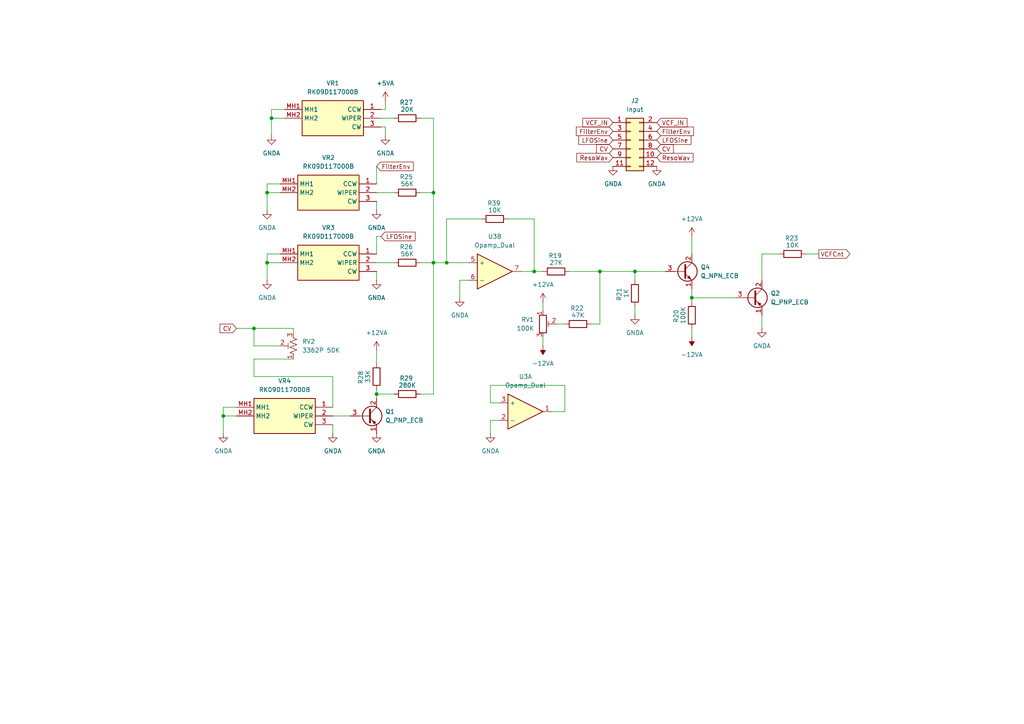
<source format=kicad_sch>
(kicad_sch (version 20250114) (generator "eeschema") (generator_version "9.0")
  (paper "A4")
  (lib_symbols
    (symbol "Connector_Generic:Conn_02x06_Odd_Even" (pin_names (offset 1.016) (hide yes))
      (property "Reference" "J" (at 1.27 7.62 0))
      (property "Value" "Conn_02x06_Odd_Even" (at 1.27 -10.16 0))
      (symbol "Conn_02x06_Odd_Even_1_1"
        (rectangle (start -1.27 6.35) (end 3.81 -8.89) (stroke (width 0.254)) (fill (type background)))
        (rectangle (start -1.27 5.207) (end 0 4.953) (stroke (width 0.1524)))
        (rectangle (start -1.27 2.667) (end 0 2.413) (stroke (width 0.1524)))
        (rectangle (start -1.27 0.127) (end 0 -0.127) (stroke (width 0.1524)))
        (rectangle (start -1.27 -2.413) (end 0 -2.667) (stroke (width 0.1524)))
        (rectangle (start -1.27 -4.953) (end 0 -5.207) (stroke (width 0.1524)))
        (rectangle (start -1.27 -7.493) (end 0 -7.747) (stroke (width 0.1524)))
        (rectangle (start 3.81 5.207) (end 2.54 4.953) (stroke (width 0.1524)))
        (rectangle (start 3.81 2.667) (end 2.54 2.413) (stroke (width 0.1524)))
        (rectangle (start 3.81 0.127) (end 2.54 -0.127) (stroke (width 0.1524)))
        (rectangle (start 3.81 -2.413) (end 2.54 -2.667) (stroke (width 0.1524)))
        (rectangle (start 3.81 -4.953) (end 2.54 -5.207) (stroke (width 0.1524)))
        (rectangle (start 3.81 -7.493) (end 2.54 -7.747) (stroke (width 0.1524)))
        (pin passive line (at -5.08 5.08 0) (length 3.81) (name "Pin_1") (number "1"))
        (pin passive line (at -5.08 2.54 0) (length 3.81) (name "Pin_3") (number "3"))
        (pin passive line (at -5.08 0 0) (length 3.81) (name "Pin_5") (number "5"))
        (pin passive line (at -5.08 -2.54 0) (length 3.81) (name "Pin_7") (number "7"))
        (pin passive line (at -5.08 -5.08 0) (length 3.81) (name "Pin_9") (number "9"))
        (pin passive line (at -5.08 -7.62 0) (length 3.81) (name "Pin_11") (number "11"))
        (pin passive line (at 7.62 5.08 180) (length 3.81) (name "Pin_2") (number "2"))
        (pin passive line (at 7.62 2.54 180) (length 3.81) (name "Pin_4") (number "4"))
        (pin passive line (at 7.62 0 180) (length 3.81) (name "Pin_6") (number "6"))
        (pin passive line (at 7.62 -2.54 180) (length 3.81) (name "Pin_8") (number "8"))
        (pin passive line (at 7.62 -5.08 180) (length 3.81) (name "Pin_10") (number "10"))
        (pin passive line (at 7.62 -7.62 180) (length 3.81) (name "Pin_12") (number "12"))
      )
    )
    (symbol "Device:Opamp_Dual"
      (property "Reference" "U" (at 0 5.08 0))
      (property "Value" "Opamp_Dual" (at 0 -5.08 0))
      (symbol "Opamp_Dual_1_1"
        (polyline (pts (xy -5.08 5.08) (xy 5.08 0) (xy -5.08 -5.08) (xy -5.08 5.08)) (stroke (width 0.254)) (fill (type background)))
        (pin input line (at -7.62 2.54 0) (length 2.54) (name "+") (number "3"))
        (pin input line (at -7.62 -2.54 0) (length 2.54) (name "-") (number "2"))
        (pin output line (at 7.62 0 180) (length 2.54) (name "~") (number "1"))
      )
      (symbol "Opamp_Dual_2_1"
        (polyline (pts (xy -5.08 5.08) (xy 5.08 0) (xy -5.08 -5.08) (xy -5.08 5.08)) (stroke (width 0.254)) (fill (type background)))
        (pin input line (at -7.62 2.54 0) (length 2.54) (name "+") (number "5"))
        (pin input line (at -7.62 -2.54 0) (length 2.54) (name "-") (number "6"))
        (pin output line (at 7.62 0 180) (length 2.54) (name "~") (number "7"))
      )
      (symbol "Opamp_Dual_3_1"
        (pin power_in line (at -2.54 7.62 270) (length 3.81) (name "V+") (number "8"))
        (pin power_in line (at -2.54 -7.62 90) (length 3.81) (name "V-") (number "4"))
      )
    )
    (symbol "Device:R" (pin_numbers (hide yes)) (pin_names (offset 0))
      (property "Reference" "R" (at 2.032 0 90))
      (property "Value" "R" (at 0 0 90))
      (symbol "R_0_1"
        (rectangle (start -1.016 -2.54) (end 1.016 2.54) (stroke (width 0.254)))
      )
      (symbol "R_1_1"
        (pin passive line (at 0 3.81 270) (length 1.27) (name "~") (number "1"))
        (pin passive line (at 0 -3.81 90) (length 1.27) (name "~") (number "2"))
      )
    )
    (symbol "Device:R_Potentiometer_Trim" (pin_names (offset 1.016) (hide yes))
      (property "Reference" "RV" (at -4.445 0 90))
      (property "Value" "R_Potentiometer_Trim" (at -2.54 0 90))
      (symbol "R_Potentiometer_Trim_0_1"
        (rectangle (start 1.016 2.54) (end -1.016 -2.54) (stroke (width 0.254)))
        (polyline (pts (xy 1.524 0.762) (xy 1.524 -0.762)))
        (polyline (pts (xy 2.54 0) (xy 1.524 0)))
      )
      (symbol "R_Potentiometer_Trim_1_1"
        (pin passive line (at 0 3.81 270) (length 1.27) (name "1") (number "1"))
        (pin passive line (at 0 -3.81 90) (length 1.27) (name "3") (number "3"))
        (pin passive line (at 3.81 0 180) (length 1.27) (name "2") (number "2"))
      )
    )
    (symbol "Device:R_Potentiometer_Trim_US" (pin_names (offset 1.016) (hide yes))
      (property "Reference" "RV" (at -4.445 0 90))
      (property "Value" "R_Potentiometer_Trim_US" (at -2.54 0 90))
      (symbol "R_Potentiometer_Trim_US_0_1"
        (polyline (pts (xy 0 2.286) (xy 0 2.54)))
        (polyline (pts (xy 0 2.286) (xy 1.016 1.905) (xy 0 1.524) (xy -1.016 1.143) (xy 0 0.762)))
        (polyline (pts (xy 0 0.762) (xy 1.016 0.381) (xy 0 0) (xy -1.016 -0.381) (xy 0 -0.762)))
        (polyline (pts (xy 0 -0.762) (xy 1.016 -1.143) (xy 0 -1.524) (xy -1.016 -1.905) (xy 0 -2.286)))
        (polyline (pts (xy 0 -2.286) (xy 0 -2.54)))
        (polyline (pts (xy 1.524 0.762) (xy 1.524 -0.762)))
        (polyline (pts (xy 2.54 0) (xy 1.524 0)))
      )
      (symbol "R_Potentiometer_Trim_US_1_1"
        (pin passive line (at 0 3.81 270) (length 1.27) (name "1") (number "1"))
        (pin passive line (at 0 -3.81 90) (length 1.27) (name "3") (number "3"))
        (pin passive line (at 3.81 0 180) (length 1.27) (name "2") (number "2"))
      )
    )
    (symbol "SamacSys_Parts:RK09D117000B"
      (property "Reference" "VR" (at 24.13 7.62 0))
      (property "Value" "RK09D117000B" (at 24.13 5.08 0))
      (symbol "RK09D117000B_1_1"
        (rectangle (start 5.08 2.54) (end 22.86 -7.62) (stroke (width 0.254)) (fill (type background)))
        (pin passive line (at 0 0 0) (length 5.08) (name "CCW") (number "1"))
        (pin passive line (at 0 -2.54 0) (length 5.08) (name "WIPER") (number "2"))
        (pin passive line (at 0 -5.08 0) (length 5.08) (name "CW") (number "3"))
        (pin passive line (at 27.94 0 180) (length 5.08) (name "MH1") (number "MH1"))
        (pin passive line (at 27.94 -2.54 180) (length 5.08) (name "MH2") (number "MH2"))
      )
    )
    (symbol "Transistor_BJT:Q_NPN_ECB" (pin_names (offset 0) (hide yes))
      (property "Reference" "Q" (at 5.08 1.27 0))
      (property "Value" "Q_NPN_ECB" (at 5.08 -1.27 0))
      (symbol "Q_NPN_ECB_0_1"
        (polyline (pts (xy -2.54 0) (xy 0.635 0)))
        (polyline (pts (xy 0.635 1.905) (xy 0.635 -1.905)) (stroke (width 0.508)))
        (circle (center 1.27 0) (radius 2.8194) (stroke (width 0.254)))
      )
      (symbol "Q_NPN_ECB_1_1"
        (polyline (pts (xy 0.635 0.635) (xy 2.54 2.54)))
        (polyline (pts (xy 0.635 -0.635) (xy 2.54 -2.54)))
        (polyline (pts (xy 1.27 -1.778) (xy 1.778 -1.27) (xy 2.286 -2.286) (xy 1.27 -1.778)) (fill (type outline)))
        (pin input line (at -5.08 0 0) (length 2.54) (name "B") (number "3"))
        (pin passive line (at 2.54 5.08 270) (length 2.54) (name "C") (number "2"))
        (pin passive line (at 2.54 -5.08 90) (length 2.54) (name "E") (number "1"))
      )
    )
    (symbol "Transistor_BJT:Q_PNP_ECB" (pin_names (offset 0) (hide yes))
      (property "Reference" "Q" (at 5.08 1.27 0))
      (property "Value" "Q_PNP_ECB" (at 5.08 -1.27 0))
      (symbol "Q_PNP_ECB_0_1"
        (polyline (pts (xy -2.54 0) (xy 0.635 0)))
        (polyline (pts (xy 0.635 1.905) (xy 0.635 -1.905)) (stroke (width 0.508)))
        (polyline (pts (xy 0.635 0.635) (xy 2.54 2.54)))
        (polyline (pts (xy 0.635 -0.635) (xy 2.54 -2.54)))
        (circle (center 1.27 0) (radius 2.8194) (stroke (width 0.254)))
        (polyline (pts (xy 2.286 -1.778) (xy 1.778 -2.286) (xy 1.27 -1.27) (xy 2.286 -1.778)) (fill (type outline)))
      )
      (symbol "Q_PNP_ECB_1_1"
        (pin input line (at -5.08 0 0) (length 2.54) (name "B") (number "3"))
        (pin passive line (at 2.54 5.08 270) (length 2.54) (name "C") (number "2"))
        (pin passive line (at 2.54 -5.08 90) (length 2.54) (name "E") (number "1"))
      )
    )
    (symbol "power:+12VA" (power) (pin_numbers (hide yes)) (pin_names (offset 0) (hide yes))
      (property "Value" "+12VA" (at 0 3.556 0))
      (symbol "+12VA_0_1"
        (polyline (pts (xy -0.762 1.27) (xy 0 2.54)))
        (polyline (pts (xy 0 2.54) (xy 0.762 1.27)))
        (polyline (pts (xy 0 0) (xy 0 2.54)))
      )
      (symbol "+12VA_1_1"
        (pin power_in line (at 0 0 90) (length 0) (name "~") (number "1"))
      )
    )
    (symbol "power:+5VA" (power) (pin_numbers (hide yes)) (pin_names (offset 0) (hide yes))
      (property "Value" "+5VA" (at 0 3.556 0))
      (symbol "+5VA_0_1"
        (polyline (pts (xy -0.762 1.27) (xy 0 2.54)))
        (polyline (pts (xy 0 2.54) (xy 0.762 1.27)))
        (polyline (pts (xy 0 0) (xy 0 2.54)))
      )
      (symbol "+5VA_1_1"
        (pin power_in line (at 0 0 90) (length 0) (name "~") (number "1"))
      )
    )
    (symbol "power:-12VA" (power) (pin_numbers (hide yes)) (pin_names (offset 0) (hide yes))
      (property "Value" "-12VA" (at 0 3.556 0))
      (symbol "-12VA_0_0"
        (pin power_in line (at 0 0 90) (length 0) (name "~") (number "1"))
      )
      (symbol "-12VA_0_1"
        (polyline (pts (xy 0 0) (xy 0 1.27) (xy 0.762 1.27) (xy 0 2.54) (xy -0.762 1.27) (xy 0 1.27)) (fill (type outline)))
      )
    )
    (symbol "power:GNDA" (power) (pin_numbers (hide yes)) (pin_names (offset 0) (hide yes))
      (property "Value" "GNDA" (at 0 -3.81 0))
      (symbol "GNDA_0_1"
        (polyline (pts (xy 0 0) (xy 0 -1.27) (xy 1.27 -1.27) (xy 0 -2.54) (xy -1.27 -1.27) (xy 0 -1.27)))
      )
      (symbol "GNDA_1_1"
        (pin power_in line (at 0 0 270) (length 0) (name "~") (number "1"))
      )
    )
  )
  (junction (at 125.73 55.88))
  (junction (at 77.47 76.2))
  (junction (at 78.74 34.29))
  (junction (at 154.94 78.74))
  (junction (at 125.73 76.2))
  (junction (at 77.47 55.88))
  (junction (at 184.15 78.74))
  (junction (at 73.66 95.25))
  (junction (at 200.66 86.36))
  (junction (at 109.22 114.3))
  (junction (at 173.99 78.74))
  (junction (at 64.77 120.65))
  (junction (at 129.54 76.2))
  (wire (pts (xy 142.24 111.76) (xy 142.24 116.84)))
  (wire (pts (xy 111.76 29.21) (xy 111.76 31.75)))
  (wire (pts (xy 173.99 78.74) (xy 165.1 78.74)))
  (wire (pts (xy 73.66 95.25) (xy 85.09 95.25)))
  (wire (pts (xy 73.66 104.14) (xy 85.09 104.14)))
  (wire (pts (xy 78.74 34.29) (xy 78.74 39.37)))
  (wire (pts (xy 142.24 121.92) (xy 142.24 125.73)))
  (wire (pts (xy 109.22 68.58) (xy 109.22 73.66)))
  (wire (pts (xy 68.58 95.25) (xy 73.66 95.25)))
  (wire (pts (xy 111.76 36.83) (xy 111.76 39.37)))
  (wire (pts (xy 109.22 60.96) (xy 109.22 58.42)))
  (wire (pts (xy 163.83 111.76) (xy 142.24 111.76)))
  (wire (pts (xy 139.7 63.5) (xy 129.54 63.5)))
  (wire (pts (xy 125.73 76.2) (xy 129.54 76.2)))
  (wire (pts (xy 73.66 104.14) (xy 73.66 109.22)))
  (wire (pts (xy 184.15 78.74) (xy 193.04 78.74)))
  (wire (pts (xy 233.68 73.66) (xy 237.49 73.66)))
  (wire (pts (xy 109.22 81.28) (xy 109.22 78.74)))
  (wire (pts (xy 64.77 118.11) (xy 64.77 120.65)))
  (wire (pts (xy 77.47 53.34) (xy 77.47 55.88)))
  (wire (pts (xy 147.32 63.5) (xy 154.94 63.5)))
  (wire (pts (xy 161.29 93.98) (xy 163.83 93.98)))
  (wire (pts (xy 171.45 93.98) (xy 173.99 93.98)))
  (wire (pts (xy 77.47 55.88) (xy 77.47 60.96)))
  (wire (pts (xy 121.92 76.2) (xy 125.73 76.2)))
  (wire (pts (xy 96.52 109.22) (xy 96.52 118.11)))
  (wire (pts (xy 200.66 68.58) (xy 200.66 73.66)))
  (wire (pts (xy 220.98 73.66) (xy 226.06 73.66)))
  (wire (pts (xy 200.66 95.25) (xy 200.66 97.79)))
  (wire (pts (xy 144.78 121.92) (xy 142.24 121.92)))
  (wire (pts (xy 109.22 113.03) (xy 109.22 114.3)))
  (wire (pts (xy 157.48 97.79) (xy 157.48 100.33)))
  (wire (pts (xy 157.48 87.63) (xy 157.48 90.17)))
  (wire (pts (xy 125.73 114.3) (xy 125.73 76.2)))
  (wire (pts (xy 154.94 78.74) (xy 154.94 63.5)))
  (wire (pts (xy 200.66 86.36) (xy 213.36 86.36)))
  (wire (pts (xy 200.66 83.82) (xy 200.66 86.36)))
  (wire (pts (xy 129.54 76.2) (xy 135.89 76.2)))
  (wire (pts (xy 77.47 76.2) (xy 77.47 81.28)))
  (wire (pts (xy 81.28 76.2) (xy 77.47 76.2)))
  (wire (pts (xy 73.66 100.33) (xy 73.66 95.25)))
  (wire (pts (xy 110.49 36.83) (xy 111.76 36.83)))
  (wire (pts (xy 133.35 81.28) (xy 133.35 86.36)))
  (wire (pts (xy 173.99 93.98) (xy 173.99 78.74)))
  (wire (pts (xy 73.66 109.22) (xy 96.52 109.22)))
  (wire (pts (xy 109.22 48.26) (xy 109.22 53.34)))
  (wire (pts (xy 220.98 91.44) (xy 220.98 95.25)))
  (wire (pts (xy 68.58 120.65) (xy 64.77 120.65)))
  (wire (pts (xy 121.92 34.29) (xy 125.73 34.29)))
  (wire (pts (xy 133.35 81.28) (xy 135.89 81.28)))
  (wire (pts (xy 121.92 114.3) (xy 125.73 114.3)))
  (wire (pts (xy 154.94 78.74) (xy 157.48 78.74)))
  (wire (pts (xy 125.73 34.29) (xy 125.73 55.88)))
  (wire (pts (xy 96.52 125.73) (xy 96.52 123.19)))
  (wire (pts (xy 82.55 34.29) (xy 78.74 34.29)))
  (wire (pts (xy 109.22 76.2) (xy 114.3 76.2)))
  (wire (pts (xy 81.28 55.88) (xy 77.47 55.88)))
  (wire (pts (xy 68.58 118.11) (xy 64.77 118.11)))
  (wire (pts (xy 160.02 119.38) (xy 163.83 119.38)))
  (wire (pts (xy 184.15 78.74) (xy 184.15 81.28)))
  (wire (pts (xy 121.92 55.88) (xy 125.73 55.88)))
  (wire (pts (xy 81.28 53.34) (xy 77.47 53.34)))
  (wire (pts (xy 163.83 119.38) (xy 163.83 111.76)))
  (wire (pts (xy 82.55 31.75) (xy 78.74 31.75)))
  (wire (pts (xy 129.54 63.5) (xy 129.54 76.2)))
  (wire (pts (xy 78.74 31.75) (xy 78.74 34.29)))
  (wire (pts (xy 151.13 78.74) (xy 154.94 78.74)))
  (wire (pts (xy 109.22 55.88) (xy 114.3 55.88)))
  (wire (pts (xy 64.77 120.65) (xy 64.77 125.73)))
  (wire (pts (xy 110.49 68.58) (xy 109.22 68.58)))
  (wire (pts (xy 125.73 55.88) (xy 125.73 76.2)))
  (wire (pts (xy 142.24 116.84) (xy 144.78 116.84)))
  (wire (pts (xy 77.47 73.66) (xy 77.47 76.2)))
  (wire (pts (xy 81.28 100.33) (xy 73.66 100.33)))
  (wire (pts (xy 109.22 114.3) (xy 109.22 115.57)))
  (wire (pts (xy 110.49 34.29) (xy 114.3 34.29)))
  (wire (pts (xy 200.66 86.36) (xy 200.66 87.63)))
  (wire (pts (xy 173.99 78.74) (xy 184.15 78.74)))
  (wire (pts (xy 111.76 31.75) (xy 110.49 31.75)))
  (wire (pts (xy 85.09 96.52) (xy 85.09 95.25)))
  (wire (pts (xy 101.6 120.65) (xy 96.52 120.65)))
  (wire (pts (xy 81.28 73.66) (xy 77.47 73.66)))
  (wire (pts (xy 109.22 101.6) (xy 109.22 105.41)))
  (wire (pts (xy 109.22 114.3) (xy 114.3 114.3)))
  (wire (pts (xy 220.98 81.28) (xy 220.98 73.66)))
  (wire (pts (xy 184.15 88.9) (xy 184.15 91.44)))
  (global_label "CV" (shape input) (at 177.8 43.18 180) (property "Intersheetrefs" "${INTERSHEET_REFS}" (effects (hide yes))))
  (global_label "ResoWav" (shape input) (at 177.8 45.72 180) (property "Intersheetrefs" "${INTERSHEET_REFS}" (effects (hide yes))))
  (global_label "CV" (shape input) (at 190.5 43.18 0) (property "Intersheetrefs" "${INTERSHEET_REFS}" (effects (hide yes))))
  (global_label "LFOSine" (shape input) (at 190.5 40.64 0) (property "Intersheetrefs" "${INTERSHEET_REFS}" (effects (hide yes))))
  (global_label "FilterEnv" (shape input) (at 109.22 48.26 0) (property "Intersheetrefs" "${INTERSHEET_REFS}" (effects (hide yes))))
  (global_label "VCFCnt" (shape output) (at 237.49 73.66 0) (property "Intersheetrefs" "${INTERSHEET_REFS}" (effects (hide yes))))
  (global_label "FilterEnv" (shape input) (at 177.8 38.1 180) (property "Intersheetrefs" "${INTERSHEET_REFS}" (effects (hide yes))))
  (global_label "LFOSine" (shape input) (at 177.8 40.64 180) (property "Intersheetrefs" "${INTERSHEET_REFS}" (effects (hide yes))))
  (global_label "FilterEnv" (shape input) (at 190.5 38.1 0) (property "Intersheetrefs" "${INTERSHEET_REFS}" (effects (hide yes))))
  (global_label "VCF_IN" (shape input) (at 190.5 35.56 0) (property "Intersheetrefs" "${INTERSHEET_REFS}" (effects (hide yes))))
  (global_label "LFOSine" (shape input) (at 110.49 68.58 0) (property "Intersheetrefs" "${INTERSHEET_REFS}" (effects (hide yes))))
  (global_label "CV" (shape input) (at 68.58 95.25 180) (property "Intersheetrefs" "${INTERSHEET_REFS}" (effects (hide yes))))
  (global_label "VCF_IN" (shape input) (at 177.8 35.56 180) (property "Intersheetrefs" "${INTERSHEET_REFS}" (effects (hide yes))))
  (global_label "ResoWav" (shape input) (at 190.5 45.72 0) (property "Intersheetrefs" "${INTERSHEET_REFS}" (effects (hide yes))))
  (symbol (lib_id "power:+12VA") (at 157.48 87.63 0) (unit 1)
    (property "Reference" "#PWR019" (effects (hide yes)))
    (property "Value" "+12VA" (at 157.48 82.55 0))
    (property "Description" "Power symbol creates a global label with name \"+12VA\"" (effects (hide yes)))
  )
  (symbol (lib_id "Transistor_BJT:Q_NPN_ECB") (at 198.12 78.74 0) (unit 1)
    (property "Reference" "Q4" (at 203.2 77.4699 0) (effects (justify left)))
    (property "Value" "Q_NPN_ECB" (at 203.2 80.0099 0) (effects (justify left)))
    (property "Footprint" "Package_TO_SOT_THT:TO-92_HandSolder" (effects (hide yes)))
    (property "Description" "NPN transistor, emitter/collector/base" (effects (hide yes)))
  )
  (symbol (lib_id "power:+12VA") (at 200.66 68.58 0) (unit 1)
    (property "Reference" "#PWR037" (effects (hide yes)))
    (property "Value" "+12VA" (at 200.66 63.5 0))
    (property "Description" "Power symbol creates a global label with name \"+12VA\"" (effects (hide yes)))
  )
  (symbol (lib_id "power:GNDA") (at 220.98 95.25 0) (unit 1)
    (property "Reference" "#PWR08" (effects (hide yes)))
    (property "Value" "GNDA" (at 220.98 100.33 0))
    (property "Description" "Power symbol creates a global label with name \"GNDA\" , analog ground" (effects (hide yes)))
  )
  (symbol (lib_id "Transistor_BJT:Q_PNP_ECB") (at 106.68 120.65 0) (unit 1)
    (property "Reference" "Q1" (at 111.76 119.3799 0) (effects (justify left)))
    (property "Value" "Q_PNP_ECB" (at 111.76 121.9199 0) (effects (justify left)))
    (property "Footprint" "Package_TO_SOT_THT:TO-92_HandSolder" (effects (hide yes)))
    (property "Description" "PNP transistor, emitter/collector/base" (effects (hide yes)))
  )
  (symbol (lib_id "Device:R") (at 229.87 73.66 90) (unit 1)
    (property "Reference" "R23" (at 229.616 69.088 90))
    (property "Value" "10K" (at 229.87 71.12 90))
    (property "Footprint" "Resistor_THT:R_Axial_DIN0204_L3.6mm_D1.6mm_P7.62mm_Horizontal" (effects (hide yes)))
    (property "Description" "Resistor" (effects (hide yes)))
  )
  (symbol (lib_id "power:GNDA") (at 142.24 125.73 0) (unit 1)
    (property "Reference" "#PWR038" (effects (hide yes)))
    (property "Value" "GNDA" (at 142.24 130.81 0))
    (property "Description" "Power symbol creates a global label with name \"GNDA\" , analog ground" (effects (hide yes)))
  )
  (symbol (lib_id "power:GNDA") (at 96.52 125.73 0) (unit 1)
    (property "Reference" "#PWR028" (effects (hide yes)))
    (property "Value" "GNDA" (at 96.52 130.81 0))
    (property "Description" "Power symbol creates a global label with name \"GNDA\" , analog ground" (effects (hide yes)))
  )
  (symbol (lib_id "Device:R") (at 161.29 78.74 90) (unit 1)
    (property "Reference" "R19" (at 161.036 74.168 90))
    (property "Value" "27K" (at 161.29 76.2 90))
    (property "Footprint" "Resistor_THT:R_Axial_DIN0204_L3.6mm_D1.6mm_P7.62mm_Horizontal" (effects (hide yes)))
    (property "Description" "Resistor" (effects (hide yes)))
  )
  (symbol (lib_id "Device:R") (at 184.15 85.09 180) (unit 1)
    (property "Reference" "R21" (at 179.578 85.344 90))
    (property "Value" "1K" (at 181.61 85.09 90))
    (property "Footprint" "Resistor_THT:R_Axial_DIN0204_L3.6mm_D1.6mm_P7.62mm_Horizontal" (effects (hide yes)))
    (property "Description" "Resistor" (effects (hide yes)))
  )
  (symbol (lib_id "Device:Opamp_Dual") (at 152.4 119.38 0) (unit 1)
    (property "Reference" "U3" (at 152.4 109.22 0))
    (property "Value" "Opamp_Dual" (at 152.4 111.76 0))
    (property "Footprint" "Package_DIP:DIP-8_W7.62mm_Socket_LongPads" (effects (hide yes)))
    (property "Description" "Dual operational amplifier" (effects (hide yes)))
    (property "Sim.Library" "${KICAD9_SYMBOL_DIR}/Simulation_SPICE.sp" (effects (hide yes)))
    (property "Sim.Name" "kicad_builtin_opamp_dual" (effects (hide yes)))
    (property "Sim.Device" "SUBCKT" (effects (hide yes)))
    (property "Sim.Pins" "1=out1 2=in1- 3=in1+ 4=vee 5=in2+ 6=in2- 7=out2 8=vcc" (effects (hide yes)))
  )
  (symbol (lib_id "Device:R") (at 118.11 76.2 90) (unit 1)
    (property "Reference" "R26" (at 117.856 71.628 90))
    (property "Value" "56K" (at 118.11 73.66 90))
    (property "Footprint" "Resistor_THT:R_Axial_DIN0204_L3.6mm_D1.6mm_P7.62mm_Horizontal" (effects (hide yes)))
    (property "Description" "Resistor" (effects (hide yes)))
  )
  (symbol (lib_id "power:GNDA") (at 64.77 125.73 0) (unit 1)
    (property "Reference" "#PWR024" (effects (hide yes)))
    (property "Value" "GNDA" (at 64.77 130.81 0))
    (property "Description" "Power symbol creates a global label with name \"GNDA\" , analog ground" (effects (hide yes)))
  )
  (symbol (lib_id "power:GNDA") (at 109.22 125.73 0) (unit 1)
    (property "Reference" "#PWR034" (effects (hide yes)))
    (property "Value" "GNDA" (at 109.22 130.81 0))
    (property "Description" "Power symbol creates a global label with name \"GNDA\" , analog ground" (effects (hide yes)))
  )
  (symbol (lib_id "power:GNDA") (at 111.76 39.37 0) (unit 1)
    (property "Reference" "#PWR032" (effects (hide yes)))
    (property "Value" "GNDA" (at 111.76 44.45 0))
    (property "Description" "Power symbol creates a global label with name \"GNDA\" , analog ground" (effects (hide yes)))
  )
  (symbol (lib_id "Device:Opamp_Dual") (at 143.51 78.74 0) (unit 2)
    (property "Reference" "U3" (at 143.51 68.58 0))
    (property "Value" "Opamp_Dual" (at 143.51 71.12 0))
    (property "Footprint" "Package_DIP:DIP-8_W7.62mm_Socket_LongPads" (effects (hide yes)))
    (property "Description" "Dual operational amplifier" (effects (hide yes)))
    (property "Sim.Library" "${KICAD9_SYMBOL_DIR}/Simulation_SPICE.sp" (effects (hide yes)))
    (property "Sim.Name" "kicad_builtin_opamp_dual" (effects (hide yes)))
    (property "Sim.Device" "SUBCKT" (effects (hide yes)))
    (property "Sim.Pins" "1=out1 2=in1- 3=in1+ 4=vee 5=in2+ 6=in2- 7=out2 8=vcc" (effects (hide yes)))
  )
  (symbol (lib_id "Device:R") (at 109.22 109.22 180) (unit 1)
    (property "Reference" "R28" (at 104.648 109.474 90))
    (property "Value" "33K" (at 106.68 109.22 90))
    (property "Footprint" "Resistor_THT:R_Axial_DIN0204_L3.6mm_D1.6mm_P7.62mm_Horizontal" (effects (hide yes)))
    (property "Description" "Resistor" (effects (hide yes)))
  )
  (symbol (lib_id "SamacSys_Parts:RK09D117000B") (at 96.52 118.11 0) (mirror y) (unit 1)
    (property "Reference" "VR4" (at 82.55 110.49 0))
    (property "Value" "RK09D117000B" (at 82.55 113.03 0))
    (property "Footprint" "SamacSys_parts:RK09D117000B" (effects (hide yes)))
    (property "Datasheet" "https://tech.alpsalpine.com/prod/j/html/potentiometer/rotarypotentiometers/rk09k/rk09d117000b.html" (effects (hide yes)))
    (property "Description" "9-inch insulated shaft snap-in type RK09K/RK09D series" (effects (hide yes)))
    (property "Height" "30" (effects (hide yes)))
    (property "Manufacturer_Name" "ALPS Electric" (effects (hide yes)))
    (property "Manufacturer_Part_Number" "RK09D117000B" (effects (hide yes)))
    (property "Mouser Part Number" "688-RK09D117000B" (effects (hide yes)))
    (property "Mouser Price/Stock" "https://www.mouser.co.uk/ProductDetail/Alps-Alpine/RK09D117000B?qs=3cOf6TWd2rbc67829PEbEQ%3D%3D" (effects (hide yes)))
  )
  (symbol (lib_id "Connector_Generic:Conn_02x06_Odd_Even") (at 182.88 40.64 0) (unit 1)
    (property "Reference" "J2" (at 184.15 29.21 0))
    (property "Value" "Input" (at 184.15 31.75 0))
    (property "Footprint" "Connector_PinSocket_2.54mm:PinSocket_2x06_P2.54mm_Vertical" (effects (hide yes)))
    (property "Description" "Generic connector, double row, 02x06, odd/even pin numbering scheme (row 1 odd numbers, row 2 even numbers), script generated (kicad-library-utils/schlib/autogen/connector/)" (effects (hide yes)))
  )
  (symbol (lib_id "power:GNDA") (at 133.35 86.36 0) (unit 1)
    (property "Reference" "#PWR041" (effects (hide yes)))
    (property "Value" "GNDA" (at 133.35 91.44 0))
    (property "Description" "Power symbol creates a global label with name \"GNDA\" , analog ground" (effects (hide yes)))
  )
  (symbol (lib_id "power:GNDA") (at 109.22 60.96 0) (unit 1)
    (property "Reference" "#PWR029" (effects (hide yes)))
    (property "Value" "GNDA" (at 109.22 66.04 0))
    (property "Description" "Power symbol creates a global label with name \"GNDA\" , analog ground" (effects (hide yes)))
  )
  (symbol (lib_id "Device:R") (at 118.11 55.88 90) (unit 1)
    (property "Reference" "R25" (at 117.856 51.308 90))
    (property "Value" "56K" (at 118.11 53.34 90))
    (property "Footprint" "Resistor_THT:R_Axial_DIN0204_L3.6mm_D1.6mm_P7.62mm_Horizontal" (effects (hide yes)))
    (property "Description" "Resistor" (effects (hide yes)))
  )
  (symbol (lib_id "power:+5VA") (at 111.76 29.21 0) (unit 1)
    (property "Reference" "#PWR031" (effects (hide yes)))
    (property "Value" "+5VA" (at 111.76 24.13 0))
    (property "Description" "Power symbol creates a global label with name \"+5VA\"" (effects (hide yes)))
  )
  (symbol (lib_id "Device:R") (at 143.51 63.5 90) (unit 1)
    (property "Reference" "R39" (at 143.256 58.928 90))
    (property "Value" "10K" (at 143.51 60.96 90))
    (property "Footprint" "Resistor_THT:R_Axial_DIN0204_L3.6mm_D1.6mm_P7.62mm_Horizontal" (effects (hide yes)))
    (property "Description" "Resistor" (effects (hide yes)))
  )
  (symbol (lib_id "power:-12VA") (at 157.48 100.33 180) (unit 1)
    (property "Reference" "#PWR022" (effects (hide yes)))
    (property "Value" "-12VA" (at 157.48 105.41 0))
    (property "Description" "Power symbol creates a global label with name \"-12VA\"" (effects (hide yes)))
  )
  (symbol (lib_id "SamacSys_Parts:RK09D117000B") (at 109.22 73.66 0) (mirror y) (unit 1)
    (property "Reference" "VR3" (at 95.25 66.04 0))
    (property "Value" "RK09D117000B" (at 95.25 68.58 0))
    (property "Footprint" "SamacSys_parts:RK09D117000B" (effects (hide yes)))
    (property "Datasheet" "https://tech.alpsalpine.com/prod/j/html/potentiometer/rotarypotentiometers/rk09k/rk09d117000b.html" (effects (hide yes)))
    (property "Description" "9-inch insulated shaft snap-in type RK09K/RK09D series" (effects (hide yes)))
    (property "Height" "30" (effects (hide yes)))
    (property "Manufacturer_Name" "ALPS Electric" (effects (hide yes)))
    (property "Manufacturer_Part_Number" "RK09D117000B" (effects (hide yes)))
    (property "Mouser Part Number" "688-RK09D117000B" (effects (hide yes)))
    (property "Mouser Price/Stock" "https://www.mouser.co.uk/ProductDetail/Alps-Alpine/RK09D117000B?qs=3cOf6TWd2rbc67829PEbEQ%3D%3D" (effects (hide yes)))
  )
  (symbol (lib_id "power:GNDA") (at 190.5 48.26 0) (unit 1)
    (property "Reference" "#PWR067" (effects (hide yes)))
    (property "Value" "GNDA" (at 190.5 53.34 0))
    (property "Description" "Power symbol creates a global label with name \"GNDA\" , analog ground" (effects (hide yes)))
  )
  (symbol (lib_id "Transistor_BJT:Q_PNP_ECB") (at 218.44 86.36 0) (unit 1)
    (property "Reference" "Q2" (at 223.52 85.0899 0) (effects (justify left)))
    (property "Value" "Q_PNP_ECB" (at 223.52 87.6299 0) (effects (justify left)))
    (property "Footprint" "Package_TO_SOT_THT:TO-92_HandSolder" (effects (hide yes)))
    (property "Description" "PNP transistor, emitter/collector/base" (effects (hide yes)))
  )
  (symbol (lib_id "power:GNDA") (at 177.8 48.26 0) (unit 1)
    (property "Reference" "#PWR066" (effects (hide yes)))
    (property "Value" "GNDA" (at 177.8 53.34 0))
    (property "Description" "Power symbol creates a global label with name \"GNDA\" , analog ground" (effects (hide yes)))
  )
  (symbol (lib_id "power:GNDA") (at 109.22 81.28 0) (unit 1)
    (property "Reference" "#PWR030" (effects (hide yes)))
    (property "Value" "GNDA" (at 109.22 86.36 0))
    (property "Description" "Power symbol creates a global label with name \"GNDA\" , analog ground" (effects (hide yes)))
  )
  (symbol (lib_id "power:GNDA") (at 77.47 60.96 0) (unit 1)
    (property "Reference" "#PWR025" (effects (hide yes)))
    (property "Value" "GNDA" (at 77.47 66.04 0))
    (property "Description" "Power symbol creates a global label with name \"GNDA\" , analog ground" (effects (hide yes)))
  )
  (symbol (lib_id "Device:R") (at 118.11 34.29 90) (unit 1)
    (property "Reference" "R27" (at 117.856 29.718 90))
    (property "Value" "20K" (at 118.11 31.75 90))
    (property "Footprint" "Resistor_THT:R_Axial_DIN0204_L3.6mm_D1.6mm_P7.62mm_Horizontal" (effects (hide yes)))
    (property "Description" "Resistor" (effects (hide yes)))
  )
  (symbol (lib_id "Device:R") (at 200.66 91.44 180) (unit 1)
    (property "Reference" "R20" (at 196.088 91.694 90))
    (property "Value" "100K" (at 198.12 91.44 90))
    (property "Footprint" "Resistor_THT:R_Axial_DIN0204_L3.6mm_D1.6mm_P7.62mm_Horizontal" (effects (hide yes)))
    (property "Description" "Resistor" (effects (hide yes)))
  )
  (symbol (lib_id "power:GNDA") (at 77.47 81.28 0) (unit 1)
    (property "Reference" "#PWR026" (effects (hide yes)))
    (property "Value" "GNDA" (at 77.47 86.36 0))
    (property "Description" "Power symbol creates a global label with name \"GNDA\" , analog ground" (effects (hide yes)))
  )
  (symbol (lib_id "SamacSys_Parts:RK09D117000B") (at 109.22 53.34 0) (mirror y) (unit 1)
    (property "Reference" "VR2" (at 95.25 45.72 0))
    (property "Value" "RK09D117000B" (at 95.25 48.26 0))
    (property "Footprint" "SamacSys_parts:RK09D117000B" (effects (hide yes)))
    (property "Datasheet" "https://tech.alpsalpine.com/prod/j/html/potentiometer/rotarypotentiometers/rk09k/rk09d117000b.html" (effects (hide yes)))
    (property "Description" "9-inch insulated shaft snap-in type RK09K/RK09D series" (effects (hide yes)))
    (property "Height" "30" (effects (hide yes)))
    (property "Manufacturer_Name" "ALPS Electric" (effects (hide yes)))
    (property "Manufacturer_Part_Number" "RK09D117000B" (effects (hide yes)))
    (property "Mouser Part Number" "688-RK09D117000B" (effects (hide yes)))
    (property "Mouser Price/Stock" "https://www.mouser.co.uk/ProductDetail/Alps-Alpine/RK09D117000B?qs=3cOf6TWd2rbc67829PEbEQ%3D%3D" (effects (hide yes)))
  )
  (symbol (lib_id "Device:R") (at 167.64 93.98 90) (unit 1)
    (property "Reference" "R22" (at 167.386 89.408 90))
    (property "Value" "47K" (at 167.64 91.44 90))
    (property "Footprint" "Resistor_THT:R_Axial_DIN0204_L3.6mm_D1.6mm_P7.62mm_Horizontal" (effects (hide yes)))
    (property "Description" "Resistor" (effects (hide yes)))
  )
  (symbol (lib_id "power:-12VA") (at 200.66 97.79 180) (unit 1)
    (property "Reference" "#PWR023" (effects (hide yes)))
    (property "Value" "-12VA" (at 200.66 102.87 0))
    (property "Description" "Power symbol creates a global label with name \"-12VA\"" (effects (hide yes)))
  )
  (symbol (lib_id "power:GNDA") (at 78.74 39.37 0) (unit 1)
    (property "Reference" "#PWR027" (effects (hide yes)))
    (property "Value" "GNDA" (at 78.74 44.45 0))
    (property "Description" "Power symbol creates a global label with name \"GNDA\" , analog ground" (effects (hide yes)))
  )
  (symbol (lib_id "power:GNDA") (at 184.15 91.44 0) (unit 1)
    (property "Reference" "#PWR018" (effects (hide yes)))
    (property "Value" "GNDA" (at 184.15 96.52 0))
    (property "Description" "Power symbol creates a global label with name \"GNDA\" , analog ground" (effects (hide yes)))
  )
  (symbol (lib_id "SamacSys_Parts:RK09D117000B") (at 110.49 31.75 0) (mirror y) (unit 1)
    (property "Reference" "VR1" (at 96.52 24.13 0))
    (property "Value" "RK09D117000B" (at 96.52 26.67 0))
    (property "Footprint" "SamacSys_parts:RK09D117000B" (effects (hide yes)))
    (property "Datasheet" "https://tech.alpsalpine.com/prod/j/html/potentiometer/rotarypotentiometers/rk09k/rk09d117000b.html" (effects (hide yes)))
    (property "Description" "9-inch insulated shaft snap-in type RK09K/RK09D series" (effects (hide yes)))
    (property "Height" "30" (effects (hide yes)))
    (property "Manufacturer_Name" "ALPS Electric" (effects (hide yes)))
    (property "Manufacturer_Part_Number" "RK09D117000B" (effects (hide yes)))
    (property "Mouser Part Number" "688-RK09D117000B" (effects (hide yes)))
    (property "Mouser Price/Stock" "https://www.mouser.co.uk/ProductDetail/Alps-Alpine/RK09D117000B?qs=3cOf6TWd2rbc67829PEbEQ%3D%3D" (effects (hide yes)))
  )
  (symbol (lib_id "Device:R") (at 118.11 114.3 90) (unit 1)
    (property "Reference" "R29" (at 117.856 109.728 90))
    (property "Value" "280K" (at 118.11 111.76 90))
    (property "Footprint" "Resistor_THT:R_Axial_DIN0204_L3.6mm_D1.6mm_P7.62mm_Horizontal" (effects (hide yes)))
    (property "Description" "Resistor" (effects (hide yes)))
  )
  (symbol (lib_id "power:+12VA") (at 109.22 101.6 0) (unit 1)
    (property "Reference" "#PWR033" (effects (hide yes)))
    (property "Value" "+12VA" (at 109.22 96.52 0))
    (property "Description" "Power symbol creates a global label with name \"+12VA\"" (effects (hide yes)))
  )
  (symbol (lib_id "Device:R_Potentiometer_Trim") (at 157.48 93.98 0) (unit 1)
    (property "Reference" "RV1" (at 154.94 92.7099 0) (effects (justify right)))
    (property "Value" "100K" (at 154.94 95.2499 0) (effects (justify right)))
    (property "Footprint" "Potentiometer_THT:Potentiometer_Bourns_3386F_Vertical" (effects (hide yes)))
    (property "Description" "Trim-potentiometer" (effects (hide yes)))
  )
  (symbol (lib_id "Device:R_Potentiometer_Trim_US") (at 85.09 100.33 180) (unit 1)
    (property "Reference" "RV2" (at 87.63 99.0599 0) (effects (justify right)))
    (property "Value" "3362P 50K" (at 87.63 101.5999 0) (effects (justify right)))
    (property "Footprint" "Potentiometer_THT:Potentiometer_Bourns_3386P_Vertical" (effects (hide yes)))
    (property "Description" "Trim-potentiometer, US symbol" (effects (hide yes)))
  )
)
</source>
